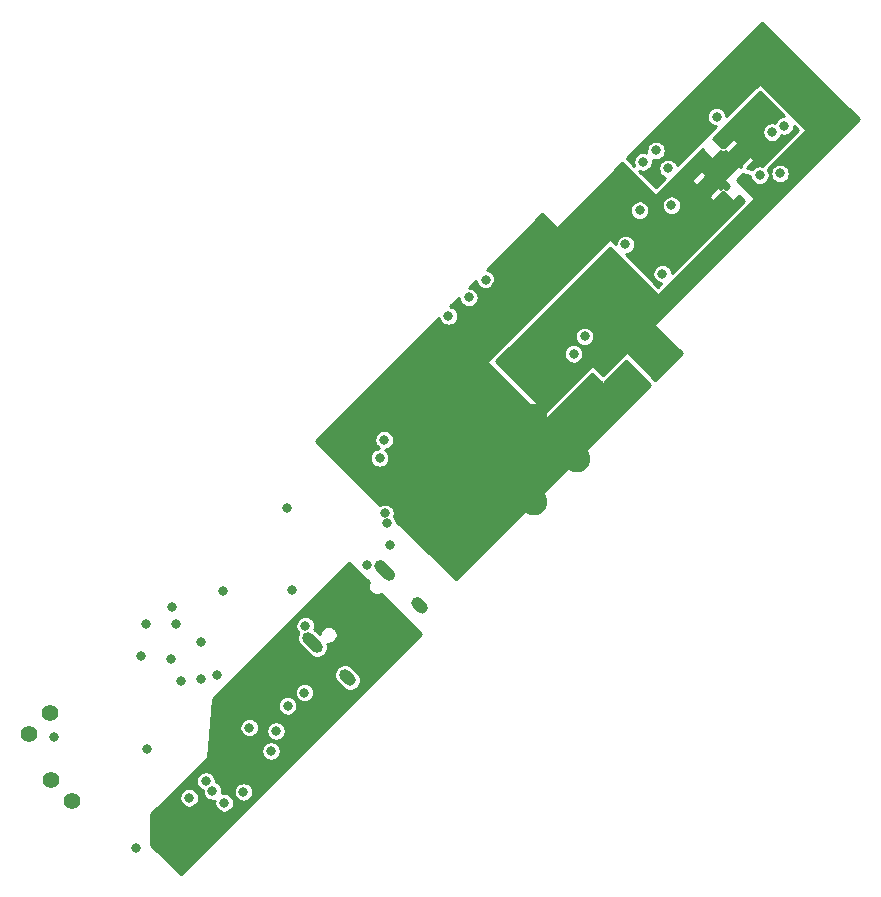
<source format=gbr>
%TF.GenerationSoftware,KiCad,Pcbnew,(5.1.9-16-g1737927814)-1*%
%TF.CreationDate,2021-07-23T22:07:44+02:00*%
%TF.ProjectId,Diffprobe,44696666-7072-46f6-9265-2e6b69636164,rev?*%
%TF.SameCoordinates,Original*%
%TF.FileFunction,Copper,L3,Inr*%
%TF.FilePolarity,Positive*%
%FSLAX46Y46*%
G04 Gerber Fmt 4.6, Leading zero omitted, Abs format (unit mm)*
G04 Created by KiCad (PCBNEW (5.1.9-16-g1737927814)-1) date 2021-07-23 22:07:44*
%MOMM*%
%LPD*%
G01*
G04 APERTURE LIST*
%TA.AperFunction,ComponentPad*%
%ADD10C,2.250000*%
%TD*%
%TA.AperFunction,ComponentPad*%
%ADD11C,1.400000*%
%TD*%
%TA.AperFunction,ViaPad*%
%ADD12C,0.800000*%
%TD*%
%TA.AperFunction,Conductor*%
%ADD13C,0.254000*%
%TD*%
%TA.AperFunction,Conductor*%
%ADD14C,0.100000*%
%TD*%
G04 APERTURE END LIST*
D10*
%TO.N,GND*%
%TO.C,J1*%
X153829983Y-67298307D03*
X150237881Y-70890409D03*
X146645779Y-67298307D03*
X150237881Y-63706205D03*
%TO.N,/OUTPUT*%
X150237881Y-67298307D03*
%TD*%
D11*
%TO.N,GND*%
%TO.C,BT1*%
X107464992Y-90555049D03*
%TO.N,Net-(BT1-Pad1)*%
X109261043Y-88758998D03*
%TD*%
%TO.N,GND*%
%TO.C,P1*%
%TA.AperFunction,ComponentPad*%
G36*
G01*
X140370206Y-80241896D02*
X139945942Y-79817632D01*
G75*
G02*
X139945942Y-79110526I353553J353553D01*
G01*
X139945942Y-79110526D01*
G75*
G02*
X140653048Y-79110526I353553J-353553D01*
G01*
X141077312Y-79534790D01*
G75*
G02*
X141077312Y-80241896I-353553J-353553D01*
G01*
X141077312Y-80241896D01*
G75*
G02*
X140370206Y-80241896I-353553J353553D01*
G01*
G37*
%TD.AperFunction*%
%TA.AperFunction,ComponentPad*%
G36*
G01*
X134260803Y-86351299D02*
X133836539Y-85927035D01*
G75*
G02*
X133836539Y-85219929I353553J353553D01*
G01*
X133836539Y-85219929D01*
G75*
G02*
X134543645Y-85219929I353553J-353553D01*
G01*
X134967909Y-85644193D01*
G75*
G02*
X134967909Y-86351299I-353553J-353553D01*
G01*
X134967909Y-86351299D01*
G75*
G02*
X134260803Y-86351299I-353553J353553D01*
G01*
G37*
%TD.AperFunction*%
%TA.AperFunction,ComponentPad*%
G36*
G01*
X137591277Y-77462967D02*
X136813459Y-76685149D01*
G75*
G02*
X136813459Y-75978043I353553J353553D01*
G01*
X136813459Y-75978043D01*
G75*
G02*
X137520565Y-75978043I353553J-353553D01*
G01*
X138298383Y-76755861D01*
G75*
G02*
X138298383Y-77462967I-353553J-353553D01*
G01*
X138298383Y-77462967D01*
G75*
G02*
X137591277Y-77462967I-353553J353553D01*
G01*
G37*
%TD.AperFunction*%
%TA.AperFunction,ComponentPad*%
G36*
G01*
X131481874Y-83572370D02*
X130704056Y-82794552D01*
G75*
G02*
X130704056Y-82087446I353553J353553D01*
G01*
X130704056Y-82087446D01*
G75*
G02*
X131411162Y-82087446I353553J-353553D01*
G01*
X132188980Y-82865264D01*
G75*
G02*
X132188980Y-83572370I-353553J-353553D01*
G01*
X132188980Y-83572370D01*
G75*
G02*
X131481874Y-83572370I-353553J353553D01*
G01*
G37*
%TD.AperFunction*%
%TD*%
%TO.N,GND*%
%TO.C,TH1*%
X109303470Y-94458279D03*
%TO.N,Net-(R28-Pad2)*%
X111099521Y-96254330D03*
%TD*%
D12*
%TO.N,GND*%
X128352926Y-90314633D03*
X129342876Y-88193313D03*
X130757089Y-87061942D03*
X116897796Y-83950672D03*
X119867645Y-81263666D03*
X119584802Y-79849453D03*
X119443381Y-84233515D03*
X122413229Y-94557274D03*
X120999016Y-95971487D03*
X123968864Y-96395752D03*
X122978915Y-95405802D03*
X116473532Y-100214128D03*
X109579241Y-90844963D03*
X126090185Y-90031791D03*
X121988965Y-82819301D03*
X117322061Y-81263666D03*
X120291909Y-86071993D03*
X123898154Y-78505950D03*
X136025035Y-76278564D03*
X130827800Y-81405088D03*
X129272165Y-71434882D03*
X129696429Y-78364529D03*
X138004934Y-74581507D03*
X161551590Y-42690992D03*
X161834432Y-45802261D03*
X170355069Y-39615077D03*
X171026821Y-43115256D03*
X171380374Y-39084747D03*
X160526285Y-41170712D03*
X157945345Y-49125663D03*
X154480522Y-56903838D03*
X153561283Y-58388762D03*
X159430269Y-42125306D03*
X137722091Y-72672319D03*
X137580670Y-71894502D03*
X137509959Y-65671962D03*
X137121050Y-67209919D03*
X146101307Y-52095512D03*
X144687093Y-53615791D03*
X142954681Y-55189104D03*
%TO.N,+5V*%
X157521081Y-60439372D03*
X162541539Y-44953733D03*
X168516591Y-39579722D03*
X146985190Y-52661197D03*
X141328336Y-69773181D03*
X156672553Y-44140560D03*
X146985190Y-53332949D03*
%TO.N,-5V*%
X163248646Y-40428250D03*
X170319714Y-44953733D03*
X152783466Y-57080615D03*
X159960599Y-57858432D03*
X148646891Y-58989803D03*
X149141866Y-59484778D03*
X149601485Y-59944397D03*
X150096460Y-60439372D03*
X161940498Y-40110052D03*
%TO.N,Net-(C11-Pad1)*%
X125383078Y-86071993D03*
X134787598Y-77091736D03*
X131534907Y-80273717D03*
X118674402Y-98729204D03*
%TO.N,/Battery management/BUS*%
X121988965Y-85930571D03*
X117392771Y-91834913D03*
X125595210Y-95476513D03*
%TO.N,VDC*%
X127928662Y-92011689D03*
X123332468Y-85577018D03*
%TO.N,Net-(C38-Pad2)*%
X169312087Y-43256677D03*
X161056612Y-51600534D03*
%TO.N,Net-(C38-Pad1)*%
X165652809Y-38306929D03*
X159147427Y-46226525D03*
%TD*%
D13*
%TO.N,Net-(C11-Pad1)*%
X136233230Y-77727024D02*
X136231898Y-77729016D01*
X136175210Y-77865871D01*
X136146311Y-78011156D01*
X136146311Y-78159287D01*
X136175210Y-78304572D01*
X136231898Y-78441427D01*
X136314195Y-78564593D01*
X136418940Y-78669338D01*
X136542106Y-78751635D01*
X136678962Y-78808323D01*
X136824246Y-78837222D01*
X136972378Y-78837222D01*
X137117662Y-78808323D01*
X137254517Y-78751635D01*
X137256509Y-78750303D01*
X140618401Y-82112195D01*
X120291909Y-102438686D01*
X118061375Y-100208152D01*
X122336542Y-95932984D01*
X122451733Y-96048175D01*
X122587184Y-96138679D01*
X122737688Y-96201020D01*
X122897462Y-96232801D01*
X123060367Y-96232801D01*
X123162101Y-96212565D01*
X123141865Y-96314299D01*
X123141865Y-96477204D01*
X123173646Y-96636978D01*
X123235987Y-96787482D01*
X123326492Y-96922934D01*
X123441682Y-97038124D01*
X123577133Y-97128629D01*
X123727638Y-97190969D01*
X123887412Y-97222750D01*
X124050317Y-97222750D01*
X124210091Y-97190969D01*
X124360595Y-97128629D01*
X124496046Y-97038124D01*
X124611237Y-96922934D01*
X124701742Y-96787482D01*
X124764082Y-96636978D01*
X124795863Y-96477204D01*
X124795863Y-96314299D01*
X124770374Y-96186158D01*
X124952837Y-96003695D01*
X125068028Y-96118885D01*
X125203479Y-96209390D01*
X125353983Y-96271731D01*
X125513758Y-96303512D01*
X125676662Y-96303512D01*
X125836436Y-96271731D01*
X125986941Y-96209390D01*
X126122392Y-96118885D01*
X126237582Y-96003695D01*
X126328087Y-95868244D01*
X126390428Y-95717739D01*
X126422209Y-95557965D01*
X126422209Y-95395060D01*
X126390428Y-95235286D01*
X126328087Y-95084782D01*
X126237582Y-94949331D01*
X126122392Y-94834140D01*
X125986941Y-94743635D01*
X125836436Y-94681295D01*
X125676662Y-94649514D01*
X125513758Y-94649514D01*
X125353983Y-94681295D01*
X125203479Y-94743635D01*
X125068028Y-94834140D01*
X124952837Y-94949331D01*
X124862333Y-95084782D01*
X124799992Y-95235286D01*
X124768211Y-95395060D01*
X124768211Y-95557965D01*
X124799992Y-95717739D01*
X124862333Y-95868244D01*
X124952837Y-96003695D01*
X124770374Y-96186158D01*
X124764082Y-96154525D01*
X124701742Y-96004021D01*
X124611237Y-95868569D01*
X124496046Y-95753379D01*
X124360595Y-95662874D01*
X124220370Y-95604791D01*
X127286290Y-92538872D01*
X127401480Y-92654062D01*
X127536931Y-92744567D01*
X127687436Y-92806907D01*
X127847210Y-92838688D01*
X128010115Y-92838688D01*
X128169889Y-92806907D01*
X128320393Y-92744567D01*
X128455844Y-92654062D01*
X128571035Y-92538872D01*
X128661540Y-92403420D01*
X128723880Y-92252916D01*
X128755661Y-92093142D01*
X128755661Y-91930237D01*
X128723880Y-91770463D01*
X128661540Y-91619959D01*
X128571035Y-91484507D01*
X128455844Y-91369317D01*
X128320393Y-91278812D01*
X128169889Y-91216472D01*
X128010115Y-91184691D01*
X127847210Y-91184691D01*
X127687436Y-91216472D01*
X127536931Y-91278812D01*
X127401480Y-91369317D01*
X127286290Y-91484507D01*
X127195785Y-91619959D01*
X127133444Y-91770463D01*
X127101663Y-91930237D01*
X127101663Y-92093142D01*
X127133444Y-92252916D01*
X127195785Y-92403420D01*
X127286290Y-92538872D01*
X124220370Y-95604791D01*
X124210091Y-95600534D01*
X124050317Y-95568753D01*
X123887412Y-95568753D01*
X123785678Y-95588989D01*
X123805914Y-95487254D01*
X123805914Y-95324350D01*
X123774133Y-95164575D01*
X123711792Y-95014071D01*
X123642300Y-94910069D01*
X127710554Y-90841815D01*
X127825744Y-90957006D01*
X127961196Y-91047511D01*
X128111700Y-91109851D01*
X128271474Y-91141632D01*
X128434379Y-91141632D01*
X128594153Y-91109851D01*
X128744657Y-91047511D01*
X128880108Y-90957006D01*
X128995299Y-90841815D01*
X129085804Y-90706364D01*
X129148144Y-90555860D01*
X129149343Y-90549833D01*
X133502405Y-86196771D01*
X133991069Y-86685435D01*
X134096852Y-86772248D01*
X134257894Y-86858326D01*
X134432634Y-86911332D01*
X134614358Y-86929230D01*
X134796081Y-86911332D01*
X134970821Y-86858326D01*
X135131863Y-86772247D01*
X135273016Y-86656406D01*
X135388859Y-86515252D01*
X135474937Y-86354210D01*
X135527943Y-86179470D01*
X135545841Y-85997746D01*
X135527943Y-85816023D01*
X135474937Y-85641282D01*
X135388859Y-85480241D01*
X135302045Y-85374459D01*
X134813381Y-84885794D01*
X134707598Y-84798980D01*
X134546557Y-84712902D01*
X134371816Y-84659896D01*
X134190093Y-84641998D01*
X134008368Y-84659897D01*
X133833628Y-84712903D01*
X133672587Y-84798981D01*
X133531433Y-84914823D01*
X133415591Y-85055977D01*
X133329513Y-85217018D01*
X133276507Y-85391759D01*
X133258608Y-85573482D01*
X133276507Y-85755207D01*
X133329513Y-85929947D01*
X133415592Y-86090988D01*
X133502405Y-86196771D01*
X129149343Y-90549833D01*
X129179925Y-90396086D01*
X129179925Y-90233181D01*
X129148144Y-90073407D01*
X129085804Y-89922902D01*
X128995299Y-89787451D01*
X128880108Y-89672261D01*
X128744657Y-89581756D01*
X128594153Y-89519415D01*
X128434379Y-89487634D01*
X128271474Y-89487634D01*
X128111700Y-89519415D01*
X127961196Y-89581756D01*
X127825744Y-89672261D01*
X127710554Y-89787451D01*
X127620049Y-89922902D01*
X127557708Y-90073407D01*
X127525927Y-90233181D01*
X127525927Y-90396086D01*
X127557708Y-90555860D01*
X127620049Y-90706364D01*
X127710554Y-90841815D01*
X123642300Y-94910069D01*
X123621287Y-94878620D01*
X123506097Y-94763429D01*
X123370646Y-94672925D01*
X123240228Y-94618905D01*
X123240228Y-94475822D01*
X123208447Y-94316047D01*
X123178134Y-94242865D01*
X128700503Y-88720495D01*
X128815694Y-88835685D01*
X128951145Y-88926190D01*
X129101649Y-88988531D01*
X129261423Y-89020312D01*
X129424328Y-89020312D01*
X129584102Y-88988531D01*
X129734607Y-88926190D01*
X129870058Y-88835685D01*
X129985248Y-88720495D01*
X130075753Y-88585044D01*
X130138094Y-88434540D01*
X130169875Y-88274765D01*
X130169875Y-88111861D01*
X130138094Y-87952086D01*
X130075753Y-87801582D01*
X130006261Y-87697580D01*
X130114717Y-87589124D01*
X130229907Y-87704315D01*
X130365359Y-87794819D01*
X130515863Y-87857160D01*
X130675637Y-87888941D01*
X130838542Y-87888941D01*
X130998316Y-87857160D01*
X131148820Y-87794819D01*
X131284271Y-87704315D01*
X131399462Y-87589124D01*
X131489967Y-87453673D01*
X131552307Y-87303169D01*
X131584088Y-87143394D01*
X131584088Y-86980490D01*
X131552307Y-86820715D01*
X131489967Y-86670211D01*
X131399462Y-86534760D01*
X131284271Y-86419569D01*
X131148820Y-86329065D01*
X130998316Y-86266724D01*
X130838542Y-86234943D01*
X130675637Y-86234943D01*
X130515863Y-86266724D01*
X130365359Y-86329065D01*
X130229907Y-86419569D01*
X130114717Y-86534760D01*
X130024212Y-86670211D01*
X129961871Y-86820715D01*
X129930090Y-86980490D01*
X129930090Y-87143394D01*
X129961871Y-87303169D01*
X130024212Y-87453673D01*
X130114717Y-87589124D01*
X130006261Y-87697580D01*
X129985248Y-87666131D01*
X129870058Y-87550940D01*
X129734607Y-87460436D01*
X129584102Y-87398095D01*
X129424328Y-87366314D01*
X129261423Y-87366314D01*
X129101649Y-87398095D01*
X128951145Y-87460436D01*
X128815694Y-87550940D01*
X128700503Y-87666131D01*
X128609999Y-87801582D01*
X128547658Y-87952086D01*
X128515877Y-88111861D01*
X128515877Y-88274765D01*
X128547658Y-88434540D01*
X128609999Y-88585044D01*
X128700503Y-88720495D01*
X123178134Y-94242865D01*
X123146107Y-94165543D01*
X123055602Y-94030092D01*
X122940411Y-93914901D01*
X122804960Y-93824397D01*
X122654456Y-93762056D01*
X122494682Y-93730275D01*
X122331777Y-93730275D01*
X122262787Y-93743998D01*
X125447812Y-90558973D01*
X125563003Y-90674163D01*
X125698454Y-90764668D01*
X125848958Y-90827008D01*
X126008732Y-90858789D01*
X126171637Y-90858789D01*
X126331411Y-90827008D01*
X126481915Y-90764668D01*
X126617367Y-90674163D01*
X126732557Y-90558973D01*
X126823062Y-90423521D01*
X126885403Y-90273017D01*
X126917183Y-90113243D01*
X126917183Y-89950338D01*
X126885403Y-89790564D01*
X126823062Y-89640060D01*
X126732557Y-89504608D01*
X126617367Y-89389418D01*
X126481915Y-89298913D01*
X126331411Y-89236573D01*
X126171637Y-89204792D01*
X126008732Y-89204792D01*
X125848958Y-89236573D01*
X125698454Y-89298913D01*
X125563003Y-89389418D01*
X125447812Y-89504608D01*
X125357307Y-89640060D01*
X125294967Y-89790564D01*
X125263186Y-89950338D01*
X125263186Y-90113243D01*
X125294967Y-90273017D01*
X125357307Y-90423521D01*
X125447812Y-90558973D01*
X122262787Y-93743998D01*
X122172003Y-93762056D01*
X122021499Y-93824397D01*
X121886047Y-93914901D01*
X121770857Y-94030092D01*
X121680352Y-94165543D01*
X121618011Y-94316047D01*
X121586230Y-94475822D01*
X121586230Y-94638726D01*
X121618011Y-94798501D01*
X121680352Y-94949005D01*
X121770857Y-95084456D01*
X121886047Y-95199646D01*
X122021499Y-95290151D01*
X122151916Y-95344171D01*
X122151916Y-95487254D01*
X122183697Y-95647029D01*
X122246037Y-95797533D01*
X122336542Y-95932984D01*
X118061375Y-100208152D01*
X117802615Y-99949392D01*
X117802615Y-99052698D01*
X120356643Y-96498670D01*
X120471834Y-96613860D01*
X120607285Y-96704365D01*
X120757789Y-96766705D01*
X120917563Y-96798486D01*
X121080468Y-96798486D01*
X121240242Y-96766705D01*
X121390747Y-96704365D01*
X121526198Y-96613860D01*
X121641388Y-96498670D01*
X121731893Y-96363218D01*
X121794234Y-96212714D01*
X121826015Y-96052940D01*
X121826015Y-95890035D01*
X121794234Y-95730261D01*
X121731893Y-95579757D01*
X121641388Y-95444305D01*
X121526198Y-95329115D01*
X121390747Y-95238610D01*
X121240242Y-95176270D01*
X121080468Y-95144489D01*
X120917563Y-95144489D01*
X120757789Y-95176270D01*
X120607285Y-95238610D01*
X120471834Y-95329115D01*
X120356643Y-95444305D01*
X120266138Y-95579757D01*
X120203798Y-95730261D01*
X120172017Y-95890035D01*
X120172017Y-96052940D01*
X120203798Y-96212714D01*
X120266138Y-96363218D01*
X120356643Y-96498670D01*
X117802615Y-99052698D01*
X117802615Y-97367595D01*
X122573743Y-92596467D01*
X122589537Y-92577222D01*
X122601273Y-92555265D01*
X122608500Y-92531441D01*
X122610476Y-92517511D01*
X122769267Y-90664942D01*
X130369922Y-83064288D01*
X131212140Y-83906504D01*
X131317923Y-83993318D01*
X131478964Y-84079396D01*
X131653704Y-84132402D01*
X131835428Y-84150300D01*
X132017152Y-84132402D01*
X132191892Y-84079396D01*
X132352933Y-83993318D01*
X132494087Y-83877476D01*
X132609929Y-83736322D01*
X132696007Y-83575281D01*
X132749013Y-83400540D01*
X132766912Y-83218817D01*
X132749013Y-83037093D01*
X132713361Y-82919563D01*
X132737169Y-82924299D01*
X132885300Y-82924299D01*
X133030585Y-82895400D01*
X133167440Y-82838712D01*
X133290606Y-82756416D01*
X133395351Y-82651670D01*
X133477648Y-82528504D01*
X133534336Y-82391649D01*
X133563235Y-82246365D01*
X133563235Y-82098233D01*
X133534336Y-81952948D01*
X133477648Y-81816093D01*
X133395351Y-81692927D01*
X133290606Y-81588182D01*
X133167440Y-81505885D01*
X133030585Y-81449197D01*
X132885300Y-81420298D01*
X132737169Y-81420298D01*
X132591884Y-81449197D01*
X132455029Y-81505885D01*
X132331863Y-81588182D01*
X132227118Y-81692927D01*
X132144821Y-81816093D01*
X132088133Y-81952948D01*
X132059234Y-82098233D01*
X132059234Y-82131648D01*
X131680897Y-81753311D01*
X131604626Y-81690716D01*
X131623018Y-81646314D01*
X131654799Y-81486540D01*
X131654799Y-81323635D01*
X131623018Y-81163861D01*
X131560677Y-81013357D01*
X131470173Y-80877906D01*
X131354982Y-80762715D01*
X131219531Y-80672210D01*
X131069027Y-80609870D01*
X130909252Y-80578089D01*
X130746348Y-80578089D01*
X130586573Y-80609870D01*
X130436069Y-80672210D01*
X130300618Y-80762715D01*
X130185427Y-80877906D01*
X130094923Y-81013357D01*
X130032582Y-81163861D01*
X130000801Y-81323635D01*
X130000801Y-81486540D01*
X130032582Y-81646314D01*
X130094923Y-81796819D01*
X130185427Y-81932270D01*
X130246027Y-81992869D01*
X130197030Y-82084535D01*
X130144024Y-82259276D01*
X130126125Y-82440999D01*
X130144024Y-82622724D01*
X130197030Y-82797464D01*
X130283109Y-82958505D01*
X130369922Y-83064288D01*
X122769267Y-90664942D01*
X123030782Y-87613944D01*
X134575466Y-76069260D01*
X136233230Y-77727024D01*
%TA.AperFunction,Conductor*%
D14*
G36*
X136233230Y-77727024D02*
G01*
X136231898Y-77729016D01*
X136175210Y-77865871D01*
X136146311Y-78011156D01*
X136146311Y-78159287D01*
X136175210Y-78304572D01*
X136231898Y-78441427D01*
X136314195Y-78564593D01*
X136418940Y-78669338D01*
X136542106Y-78751635D01*
X136678962Y-78808323D01*
X136824246Y-78837222D01*
X136972378Y-78837222D01*
X137117662Y-78808323D01*
X137254517Y-78751635D01*
X137256509Y-78750303D01*
X140618401Y-82112195D01*
X120291909Y-102438686D01*
X118061375Y-100208152D01*
X122336542Y-95932984D01*
X122451733Y-96048175D01*
X122587184Y-96138679D01*
X122737688Y-96201020D01*
X122897462Y-96232801D01*
X123060367Y-96232801D01*
X123162101Y-96212565D01*
X123141865Y-96314299D01*
X123141865Y-96477204D01*
X123173646Y-96636978D01*
X123235987Y-96787482D01*
X123326492Y-96922934D01*
X123441682Y-97038124D01*
X123577133Y-97128629D01*
X123727638Y-97190969D01*
X123887412Y-97222750D01*
X124050317Y-97222750D01*
X124210091Y-97190969D01*
X124360595Y-97128629D01*
X124496046Y-97038124D01*
X124611237Y-96922934D01*
X124701742Y-96787482D01*
X124764082Y-96636978D01*
X124795863Y-96477204D01*
X124795863Y-96314299D01*
X124770374Y-96186158D01*
X124952837Y-96003695D01*
X125068028Y-96118885D01*
X125203479Y-96209390D01*
X125353983Y-96271731D01*
X125513758Y-96303512D01*
X125676662Y-96303512D01*
X125836436Y-96271731D01*
X125986941Y-96209390D01*
X126122392Y-96118885D01*
X126237582Y-96003695D01*
X126328087Y-95868244D01*
X126390428Y-95717739D01*
X126422209Y-95557965D01*
X126422209Y-95395060D01*
X126390428Y-95235286D01*
X126328087Y-95084782D01*
X126237582Y-94949331D01*
X126122392Y-94834140D01*
X125986941Y-94743635D01*
X125836436Y-94681295D01*
X125676662Y-94649514D01*
X125513758Y-94649514D01*
X125353983Y-94681295D01*
X125203479Y-94743635D01*
X125068028Y-94834140D01*
X124952837Y-94949331D01*
X124862333Y-95084782D01*
X124799992Y-95235286D01*
X124768211Y-95395060D01*
X124768211Y-95557965D01*
X124799992Y-95717739D01*
X124862333Y-95868244D01*
X124952837Y-96003695D01*
X124770374Y-96186158D01*
X124764082Y-96154525D01*
X124701742Y-96004021D01*
X124611237Y-95868569D01*
X124496046Y-95753379D01*
X124360595Y-95662874D01*
X124220370Y-95604791D01*
X127286290Y-92538872D01*
X127401480Y-92654062D01*
X127536931Y-92744567D01*
X127687436Y-92806907D01*
X127847210Y-92838688D01*
X128010115Y-92838688D01*
X128169889Y-92806907D01*
X128320393Y-92744567D01*
X128455844Y-92654062D01*
X128571035Y-92538872D01*
X128661540Y-92403420D01*
X128723880Y-92252916D01*
X128755661Y-92093142D01*
X128755661Y-91930237D01*
X128723880Y-91770463D01*
X128661540Y-91619959D01*
X128571035Y-91484507D01*
X128455844Y-91369317D01*
X128320393Y-91278812D01*
X128169889Y-91216472D01*
X128010115Y-91184691D01*
X127847210Y-91184691D01*
X127687436Y-91216472D01*
X127536931Y-91278812D01*
X127401480Y-91369317D01*
X127286290Y-91484507D01*
X127195785Y-91619959D01*
X127133444Y-91770463D01*
X127101663Y-91930237D01*
X127101663Y-92093142D01*
X127133444Y-92252916D01*
X127195785Y-92403420D01*
X127286290Y-92538872D01*
X124220370Y-95604791D01*
X124210091Y-95600534D01*
X124050317Y-95568753D01*
X123887412Y-95568753D01*
X123785678Y-95588989D01*
X123805914Y-95487254D01*
X123805914Y-95324350D01*
X123774133Y-95164575D01*
X123711792Y-95014071D01*
X123642300Y-94910069D01*
X127710554Y-90841815D01*
X127825744Y-90957006D01*
X127961196Y-91047511D01*
X128111700Y-91109851D01*
X128271474Y-91141632D01*
X128434379Y-91141632D01*
X128594153Y-91109851D01*
X128744657Y-91047511D01*
X128880108Y-90957006D01*
X128995299Y-90841815D01*
X129085804Y-90706364D01*
X129148144Y-90555860D01*
X129149343Y-90549833D01*
X133502405Y-86196771D01*
X133991069Y-86685435D01*
X134096852Y-86772248D01*
X134257894Y-86858326D01*
X134432634Y-86911332D01*
X134614358Y-86929230D01*
X134796081Y-86911332D01*
X134970821Y-86858326D01*
X135131863Y-86772247D01*
X135273016Y-86656406D01*
X135388859Y-86515252D01*
X135474937Y-86354210D01*
X135527943Y-86179470D01*
X135545841Y-85997746D01*
X135527943Y-85816023D01*
X135474937Y-85641282D01*
X135388859Y-85480241D01*
X135302045Y-85374459D01*
X134813381Y-84885794D01*
X134707598Y-84798980D01*
X134546557Y-84712902D01*
X134371816Y-84659896D01*
X134190093Y-84641998D01*
X134008368Y-84659897D01*
X133833628Y-84712903D01*
X133672587Y-84798981D01*
X133531433Y-84914823D01*
X133415591Y-85055977D01*
X133329513Y-85217018D01*
X133276507Y-85391759D01*
X133258608Y-85573482D01*
X133276507Y-85755207D01*
X133329513Y-85929947D01*
X133415592Y-86090988D01*
X133502405Y-86196771D01*
X129149343Y-90549833D01*
X129179925Y-90396086D01*
X129179925Y-90233181D01*
X129148144Y-90073407D01*
X129085804Y-89922902D01*
X128995299Y-89787451D01*
X128880108Y-89672261D01*
X128744657Y-89581756D01*
X128594153Y-89519415D01*
X128434379Y-89487634D01*
X128271474Y-89487634D01*
X128111700Y-89519415D01*
X127961196Y-89581756D01*
X127825744Y-89672261D01*
X127710554Y-89787451D01*
X127620049Y-89922902D01*
X127557708Y-90073407D01*
X127525927Y-90233181D01*
X127525927Y-90396086D01*
X127557708Y-90555860D01*
X127620049Y-90706364D01*
X127710554Y-90841815D01*
X123642300Y-94910069D01*
X123621287Y-94878620D01*
X123506097Y-94763429D01*
X123370646Y-94672925D01*
X123240228Y-94618905D01*
X123240228Y-94475822D01*
X123208447Y-94316047D01*
X123178134Y-94242865D01*
X128700503Y-88720495D01*
X128815694Y-88835685D01*
X128951145Y-88926190D01*
X129101649Y-88988531D01*
X129261423Y-89020312D01*
X129424328Y-89020312D01*
X129584102Y-88988531D01*
X129734607Y-88926190D01*
X129870058Y-88835685D01*
X129985248Y-88720495D01*
X130075753Y-88585044D01*
X130138094Y-88434540D01*
X130169875Y-88274765D01*
X130169875Y-88111861D01*
X130138094Y-87952086D01*
X130075753Y-87801582D01*
X130006261Y-87697580D01*
X130114717Y-87589124D01*
X130229907Y-87704315D01*
X130365359Y-87794819D01*
X130515863Y-87857160D01*
X130675637Y-87888941D01*
X130838542Y-87888941D01*
X130998316Y-87857160D01*
X131148820Y-87794819D01*
X131284271Y-87704315D01*
X131399462Y-87589124D01*
X131489967Y-87453673D01*
X131552307Y-87303169D01*
X131584088Y-87143394D01*
X131584088Y-86980490D01*
X131552307Y-86820715D01*
X131489967Y-86670211D01*
X131399462Y-86534760D01*
X131284271Y-86419569D01*
X131148820Y-86329065D01*
X130998316Y-86266724D01*
X130838542Y-86234943D01*
X130675637Y-86234943D01*
X130515863Y-86266724D01*
X130365359Y-86329065D01*
X130229907Y-86419569D01*
X130114717Y-86534760D01*
X130024212Y-86670211D01*
X129961871Y-86820715D01*
X129930090Y-86980490D01*
X129930090Y-87143394D01*
X129961871Y-87303169D01*
X130024212Y-87453673D01*
X130114717Y-87589124D01*
X130006261Y-87697580D01*
X129985248Y-87666131D01*
X129870058Y-87550940D01*
X129734607Y-87460436D01*
X129584102Y-87398095D01*
X129424328Y-87366314D01*
X129261423Y-87366314D01*
X129101649Y-87398095D01*
X128951145Y-87460436D01*
X128815694Y-87550940D01*
X128700503Y-87666131D01*
X128609999Y-87801582D01*
X128547658Y-87952086D01*
X128515877Y-88111861D01*
X128515877Y-88274765D01*
X128547658Y-88434540D01*
X128609999Y-88585044D01*
X128700503Y-88720495D01*
X123178134Y-94242865D01*
X123146107Y-94165543D01*
X123055602Y-94030092D01*
X122940411Y-93914901D01*
X122804960Y-93824397D01*
X122654456Y-93762056D01*
X122494682Y-93730275D01*
X122331777Y-93730275D01*
X122262787Y-93743998D01*
X125447812Y-90558973D01*
X125563003Y-90674163D01*
X125698454Y-90764668D01*
X125848958Y-90827008D01*
X126008732Y-90858789D01*
X126171637Y-90858789D01*
X126331411Y-90827008D01*
X126481915Y-90764668D01*
X126617367Y-90674163D01*
X126732557Y-90558973D01*
X126823062Y-90423521D01*
X126885403Y-90273017D01*
X126917183Y-90113243D01*
X126917183Y-89950338D01*
X126885403Y-89790564D01*
X126823062Y-89640060D01*
X126732557Y-89504608D01*
X126617367Y-89389418D01*
X126481915Y-89298913D01*
X126331411Y-89236573D01*
X126171637Y-89204792D01*
X126008732Y-89204792D01*
X125848958Y-89236573D01*
X125698454Y-89298913D01*
X125563003Y-89389418D01*
X125447812Y-89504608D01*
X125357307Y-89640060D01*
X125294967Y-89790564D01*
X125263186Y-89950338D01*
X125263186Y-90113243D01*
X125294967Y-90273017D01*
X125357307Y-90423521D01*
X125447812Y-90558973D01*
X122262787Y-93743998D01*
X122172003Y-93762056D01*
X122021499Y-93824397D01*
X121886047Y-93914901D01*
X121770857Y-94030092D01*
X121680352Y-94165543D01*
X121618011Y-94316047D01*
X121586230Y-94475822D01*
X121586230Y-94638726D01*
X121618011Y-94798501D01*
X121680352Y-94949005D01*
X121770857Y-95084456D01*
X121886047Y-95199646D01*
X122021499Y-95290151D01*
X122151916Y-95344171D01*
X122151916Y-95487254D01*
X122183697Y-95647029D01*
X122246037Y-95797533D01*
X122336542Y-95932984D01*
X118061375Y-100208152D01*
X117802615Y-99949392D01*
X117802615Y-99052698D01*
X120356643Y-96498670D01*
X120471834Y-96613860D01*
X120607285Y-96704365D01*
X120757789Y-96766705D01*
X120917563Y-96798486D01*
X121080468Y-96798486D01*
X121240242Y-96766705D01*
X121390747Y-96704365D01*
X121526198Y-96613860D01*
X121641388Y-96498670D01*
X121731893Y-96363218D01*
X121794234Y-96212714D01*
X121826015Y-96052940D01*
X121826015Y-95890035D01*
X121794234Y-95730261D01*
X121731893Y-95579757D01*
X121641388Y-95444305D01*
X121526198Y-95329115D01*
X121390747Y-95238610D01*
X121240242Y-95176270D01*
X121080468Y-95144489D01*
X120917563Y-95144489D01*
X120757789Y-95176270D01*
X120607285Y-95238610D01*
X120471834Y-95329115D01*
X120356643Y-95444305D01*
X120266138Y-95579757D01*
X120203798Y-95730261D01*
X120172017Y-95890035D01*
X120172017Y-96052940D01*
X120203798Y-96212714D01*
X120266138Y-96363218D01*
X120356643Y-96498670D01*
X117802615Y-99052698D01*
X117802615Y-97367595D01*
X122573743Y-92596467D01*
X122589537Y-92577222D01*
X122601273Y-92555265D01*
X122608500Y-92531441D01*
X122610476Y-92517511D01*
X122769267Y-90664942D01*
X130369922Y-83064288D01*
X131212140Y-83906504D01*
X131317923Y-83993318D01*
X131478964Y-84079396D01*
X131653704Y-84132402D01*
X131835428Y-84150300D01*
X132017152Y-84132402D01*
X132191892Y-84079396D01*
X132352933Y-83993318D01*
X132494087Y-83877476D01*
X132609929Y-83736322D01*
X132696007Y-83575281D01*
X132749013Y-83400540D01*
X132766912Y-83218817D01*
X132749013Y-83037093D01*
X132713361Y-82919563D01*
X132737169Y-82924299D01*
X132885300Y-82924299D01*
X133030585Y-82895400D01*
X133167440Y-82838712D01*
X133290606Y-82756416D01*
X133395351Y-82651670D01*
X133477648Y-82528504D01*
X133534336Y-82391649D01*
X133563235Y-82246365D01*
X133563235Y-82098233D01*
X133534336Y-81952948D01*
X133477648Y-81816093D01*
X133395351Y-81692927D01*
X133290606Y-81588182D01*
X133167440Y-81505885D01*
X133030585Y-81449197D01*
X132885300Y-81420298D01*
X132737169Y-81420298D01*
X132591884Y-81449197D01*
X132455029Y-81505885D01*
X132331863Y-81588182D01*
X132227118Y-81692927D01*
X132144821Y-81816093D01*
X132088133Y-81952948D01*
X132059234Y-82098233D01*
X132059234Y-82131648D01*
X131680897Y-81753311D01*
X131604626Y-81690716D01*
X131623018Y-81646314D01*
X131654799Y-81486540D01*
X131654799Y-81323635D01*
X131623018Y-81163861D01*
X131560677Y-81013357D01*
X131470173Y-80877906D01*
X131354982Y-80762715D01*
X131219531Y-80672210D01*
X131069027Y-80609870D01*
X130909252Y-80578089D01*
X130746348Y-80578089D01*
X130586573Y-80609870D01*
X130436069Y-80672210D01*
X130300618Y-80762715D01*
X130185427Y-80877906D01*
X130094923Y-81013357D01*
X130032582Y-81163861D01*
X130000801Y-81323635D01*
X130000801Y-81486540D01*
X130032582Y-81646314D01*
X130094923Y-81796819D01*
X130185427Y-81932270D01*
X130246027Y-81992869D01*
X130197030Y-82084535D01*
X130144024Y-82259276D01*
X130126125Y-82440999D01*
X130144024Y-82622724D01*
X130197030Y-82797464D01*
X130283109Y-82958505D01*
X130369922Y-83064288D01*
X122769267Y-90664942D01*
X123030782Y-87613944D01*
X134575466Y-76069260D01*
X136233230Y-77727024D01*
G37*
%TD.AperFunction*%
%TD*%
D13*
%TO.N,-5V*%
X177706151Y-38519061D02*
X160401127Y-55824086D01*
X160385333Y-55843330D01*
X160373596Y-55865287D01*
X160366370Y-55889111D01*
X160363929Y-55913888D01*
X160366370Y-55938665D01*
X160373596Y-55962489D01*
X160385333Y-55984446D01*
X160401127Y-56003691D01*
X162715487Y-58318051D01*
X160455574Y-60577965D01*
X158141214Y-58263604D01*
X158121969Y-58247810D01*
X158100012Y-58236074D01*
X158076188Y-58228847D01*
X158051411Y-58226406D01*
X158026634Y-58228847D01*
X158002810Y-58236074D01*
X157980853Y-58247810D01*
X157961609Y-58263604D01*
X156036157Y-60189056D01*
X155242076Y-59394975D01*
X155222831Y-59379181D01*
X155200874Y-59367445D01*
X155177050Y-59360218D01*
X155152273Y-59357777D01*
X155127496Y-59360218D01*
X155103672Y-59367445D01*
X155081715Y-59379181D01*
X155062471Y-59394975D01*
X151227831Y-63229615D01*
X149916535Y-61918319D01*
X152918910Y-58915944D01*
X153034101Y-59031135D01*
X153169552Y-59121639D01*
X153320056Y-59183980D01*
X153479831Y-59215761D01*
X153642735Y-59215761D01*
X153802510Y-59183980D01*
X153953014Y-59121639D01*
X154088465Y-59031135D01*
X154203656Y-58915944D01*
X154294160Y-58780493D01*
X154356501Y-58629989D01*
X154388282Y-58470214D01*
X154388282Y-58307310D01*
X154356501Y-58147535D01*
X154294160Y-57997031D01*
X154203656Y-57861580D01*
X154088465Y-57746389D01*
X153953014Y-57655885D01*
X153802510Y-57593544D01*
X153696677Y-57572492D01*
X153838149Y-57431020D01*
X153953340Y-57546210D01*
X154088791Y-57636715D01*
X154239295Y-57699056D01*
X154399070Y-57730837D01*
X154561974Y-57730837D01*
X154721749Y-57699056D01*
X154872253Y-57636715D01*
X155007704Y-57546210D01*
X155122894Y-57431020D01*
X155213399Y-57295569D01*
X155275740Y-57145064D01*
X155307521Y-56985290D01*
X155307521Y-56822385D01*
X155275740Y-56662611D01*
X155213399Y-56512107D01*
X155122894Y-56376656D01*
X155007704Y-56261465D01*
X154872253Y-56170961D01*
X154721749Y-56108620D01*
X154561974Y-56076839D01*
X154399070Y-56076839D01*
X154239295Y-56108620D01*
X154088791Y-56170961D01*
X153953340Y-56261465D01*
X153838149Y-56376656D01*
X153747645Y-56512107D01*
X153685304Y-56662611D01*
X153653523Y-56822385D01*
X153653523Y-56985290D01*
X153685304Y-57145064D01*
X153747645Y-57295569D01*
X153838149Y-57431020D01*
X153696677Y-57572492D01*
X153642735Y-57561763D01*
X153479831Y-57561763D01*
X153320056Y-57593544D01*
X153169552Y-57655885D01*
X153034101Y-57746389D01*
X152918910Y-57861580D01*
X152828406Y-57997031D01*
X152766065Y-58147535D01*
X152734284Y-58307310D01*
X152734284Y-58470214D01*
X152766065Y-58629989D01*
X152828406Y-58780493D01*
X152918910Y-58915944D01*
X149916535Y-61918319D01*
X147023374Y-59025158D01*
X156637198Y-49411334D01*
X160613259Y-53387396D01*
X160632504Y-53403190D01*
X160654461Y-53414926D01*
X160678285Y-53422153D01*
X160703062Y-53424594D01*
X160727839Y-53422153D01*
X160751662Y-53414926D01*
X160773619Y-53403190D01*
X160792864Y-53387396D01*
X168853881Y-45326378D01*
X168869675Y-45307134D01*
X168881412Y-45285177D01*
X168888639Y-45261353D01*
X168891079Y-45236576D01*
X168888639Y-45211799D01*
X168881412Y-45187975D01*
X168869675Y-45166018D01*
X168865705Y-45161181D01*
X170384448Y-43642438D01*
X170499638Y-43757628D01*
X170635090Y-43848133D01*
X170785594Y-43910474D01*
X170945368Y-43942254D01*
X171108273Y-43942254D01*
X171268047Y-43910474D01*
X171418551Y-43848133D01*
X171554003Y-43757628D01*
X171669193Y-43642438D01*
X171759698Y-43506986D01*
X171822038Y-43356482D01*
X171853819Y-43196708D01*
X171853819Y-43033803D01*
X171822038Y-42874029D01*
X171759698Y-42723525D01*
X171669193Y-42588074D01*
X171554003Y-42472883D01*
X171418551Y-42382378D01*
X171268047Y-42320038D01*
X171108273Y-42288257D01*
X170945368Y-42288257D01*
X170785594Y-42320038D01*
X170635090Y-42382378D01*
X170499638Y-42472883D01*
X170384448Y-42588074D01*
X170293943Y-42723525D01*
X170231603Y-42874029D01*
X170199822Y-43033803D01*
X170199822Y-43196708D01*
X170231603Y-43356482D01*
X170293943Y-43506986D01*
X170384448Y-43642438D01*
X168865705Y-45161181D01*
X168853881Y-45146773D01*
X167388049Y-43680941D01*
X167884869Y-43184121D01*
X168485088Y-43322632D01*
X168485088Y-43338129D01*
X168516869Y-43497904D01*
X168579209Y-43648408D01*
X168669714Y-43783859D01*
X168784905Y-43899049D01*
X168920356Y-43989554D01*
X169070860Y-44051895D01*
X169230634Y-44083676D01*
X169393539Y-44083676D01*
X169553313Y-44051895D01*
X169703817Y-43989554D01*
X169839269Y-43899049D01*
X169954459Y-43783859D01*
X170044964Y-43648408D01*
X170107305Y-43497904D01*
X170139085Y-43338129D01*
X170139085Y-43175225D01*
X170107305Y-43015450D01*
X170044964Y-42864946D01*
X169987340Y-42778706D01*
X173237943Y-39528103D01*
X173253737Y-39508858D01*
X173265474Y-39486901D01*
X173272701Y-39463077D01*
X173275142Y-39438300D01*
X173272701Y-39413523D01*
X173265474Y-39389699D01*
X173253737Y-39367742D01*
X173237943Y-39348498D01*
X169419567Y-35530121D01*
X169400322Y-35514327D01*
X169378365Y-35502591D01*
X169354541Y-35495364D01*
X169329764Y-35492923D01*
X169304987Y-35495364D01*
X169281163Y-35502591D01*
X169259206Y-35514327D01*
X169239962Y-35530121D01*
X166479808Y-38290275D01*
X166479808Y-38225477D01*
X166448027Y-38065703D01*
X166385686Y-37915199D01*
X166295182Y-37779747D01*
X166179991Y-37664557D01*
X166044540Y-37574052D01*
X165894036Y-37511712D01*
X165734261Y-37479931D01*
X165571357Y-37479931D01*
X165411582Y-37511712D01*
X165261078Y-37574052D01*
X165125627Y-37664557D01*
X165010436Y-37779747D01*
X164919932Y-37915199D01*
X164857591Y-38065703D01*
X164825810Y-38225477D01*
X164825810Y-38388382D01*
X164857591Y-38548156D01*
X164919932Y-38698660D01*
X165010436Y-38834112D01*
X165125627Y-38949302D01*
X165261078Y-39039807D01*
X165411582Y-39102147D01*
X165571357Y-39133928D01*
X165636155Y-39133928D01*
X162339049Y-42431034D01*
X162284467Y-42299261D01*
X162193962Y-42163809D01*
X162078772Y-42048619D01*
X161943320Y-41958114D01*
X161792816Y-41895774D01*
X161633042Y-41863993D01*
X161470137Y-41863993D01*
X161310363Y-41895774D01*
X161159859Y-41958114D01*
X161024408Y-42048619D01*
X160909217Y-42163809D01*
X160818712Y-42299261D01*
X160756372Y-42449765D01*
X160724591Y-42609539D01*
X160724591Y-42772444D01*
X160756372Y-42932218D01*
X160818712Y-43082722D01*
X160909217Y-43218174D01*
X161024408Y-43333364D01*
X161159859Y-43423869D01*
X161291632Y-43478451D01*
X160490929Y-44279153D01*
X159092178Y-42880401D01*
X159189043Y-42920524D01*
X159348817Y-42952305D01*
X159511722Y-42952305D01*
X159671496Y-42920524D01*
X159822000Y-42858183D01*
X159957451Y-42767679D01*
X160072642Y-42652488D01*
X160163147Y-42517037D01*
X160225487Y-42366533D01*
X160257268Y-42206758D01*
X160257268Y-42043854D01*
X160237881Y-41946388D01*
X160285058Y-41965930D01*
X160444833Y-41997711D01*
X160607737Y-41997711D01*
X160767511Y-41965930D01*
X160918016Y-41903589D01*
X161053467Y-41813084D01*
X161168657Y-41697894D01*
X161259162Y-41562443D01*
X161321503Y-41411939D01*
X161353284Y-41252164D01*
X161353284Y-41089260D01*
X161321503Y-40929485D01*
X161259162Y-40778981D01*
X161168657Y-40643530D01*
X161053467Y-40528339D01*
X160918016Y-40437835D01*
X160767511Y-40375494D01*
X160607737Y-40343713D01*
X160444833Y-40343713D01*
X160285058Y-40375494D01*
X160134554Y-40437835D01*
X159999103Y-40528339D01*
X159883912Y-40643530D01*
X159793408Y-40778981D01*
X159731067Y-40929485D01*
X159699286Y-41089260D01*
X159699286Y-41252164D01*
X159718673Y-41349630D01*
X159671496Y-41330088D01*
X159511722Y-41298307D01*
X159348817Y-41298307D01*
X159189043Y-41330088D01*
X159038539Y-41392429D01*
X158903087Y-41482934D01*
X158787897Y-41598124D01*
X158697392Y-41733575D01*
X158635051Y-41884079D01*
X158603270Y-42043854D01*
X158603270Y-42206758D01*
X158635051Y-42366533D01*
X158675174Y-42463398D01*
X158054240Y-41842463D01*
X169541896Y-30354807D01*
X177706151Y-38519061D01*
%TA.AperFunction,Conductor*%
D14*
G36*
X177706151Y-38519061D02*
G01*
X160401127Y-55824086D01*
X160385333Y-55843330D01*
X160373596Y-55865287D01*
X160366370Y-55889111D01*
X160363929Y-55913888D01*
X160366370Y-55938665D01*
X160373596Y-55962489D01*
X160385333Y-55984446D01*
X160401127Y-56003691D01*
X162715487Y-58318051D01*
X160455574Y-60577965D01*
X158141214Y-58263604D01*
X158121969Y-58247810D01*
X158100012Y-58236074D01*
X158076188Y-58228847D01*
X158051411Y-58226406D01*
X158026634Y-58228847D01*
X158002810Y-58236074D01*
X157980853Y-58247810D01*
X157961609Y-58263604D01*
X156036157Y-60189056D01*
X155242076Y-59394975D01*
X155222831Y-59379181D01*
X155200874Y-59367445D01*
X155177050Y-59360218D01*
X155152273Y-59357777D01*
X155127496Y-59360218D01*
X155103672Y-59367445D01*
X155081715Y-59379181D01*
X155062471Y-59394975D01*
X151227831Y-63229615D01*
X149916535Y-61918319D01*
X152918910Y-58915944D01*
X153034101Y-59031135D01*
X153169552Y-59121639D01*
X153320056Y-59183980D01*
X153479831Y-59215761D01*
X153642735Y-59215761D01*
X153802510Y-59183980D01*
X153953014Y-59121639D01*
X154088465Y-59031135D01*
X154203656Y-58915944D01*
X154294160Y-58780493D01*
X154356501Y-58629989D01*
X154388282Y-58470214D01*
X154388282Y-58307310D01*
X154356501Y-58147535D01*
X154294160Y-57997031D01*
X154203656Y-57861580D01*
X154088465Y-57746389D01*
X153953014Y-57655885D01*
X153802510Y-57593544D01*
X153696677Y-57572492D01*
X153838149Y-57431020D01*
X153953340Y-57546210D01*
X154088791Y-57636715D01*
X154239295Y-57699056D01*
X154399070Y-57730837D01*
X154561974Y-57730837D01*
X154721749Y-57699056D01*
X154872253Y-57636715D01*
X155007704Y-57546210D01*
X155122894Y-57431020D01*
X155213399Y-57295569D01*
X155275740Y-57145064D01*
X155307521Y-56985290D01*
X155307521Y-56822385D01*
X155275740Y-56662611D01*
X155213399Y-56512107D01*
X155122894Y-56376656D01*
X155007704Y-56261465D01*
X154872253Y-56170961D01*
X154721749Y-56108620D01*
X154561974Y-56076839D01*
X154399070Y-56076839D01*
X154239295Y-56108620D01*
X154088791Y-56170961D01*
X153953340Y-56261465D01*
X153838149Y-56376656D01*
X153747645Y-56512107D01*
X153685304Y-56662611D01*
X153653523Y-56822385D01*
X153653523Y-56985290D01*
X153685304Y-57145064D01*
X153747645Y-57295569D01*
X153838149Y-57431020D01*
X153696677Y-57572492D01*
X153642735Y-57561763D01*
X153479831Y-57561763D01*
X153320056Y-57593544D01*
X153169552Y-57655885D01*
X153034101Y-57746389D01*
X152918910Y-57861580D01*
X152828406Y-57997031D01*
X152766065Y-58147535D01*
X152734284Y-58307310D01*
X152734284Y-58470214D01*
X152766065Y-58629989D01*
X152828406Y-58780493D01*
X152918910Y-58915944D01*
X149916535Y-61918319D01*
X147023374Y-59025158D01*
X156637198Y-49411334D01*
X160613259Y-53387396D01*
X160632504Y-53403190D01*
X160654461Y-53414926D01*
X160678285Y-53422153D01*
X160703062Y-53424594D01*
X160727839Y-53422153D01*
X160751662Y-53414926D01*
X160773619Y-53403190D01*
X160792864Y-53387396D01*
X168853881Y-45326378D01*
X168869675Y-45307134D01*
X168881412Y-45285177D01*
X168888639Y-45261353D01*
X168891079Y-45236576D01*
X168888639Y-45211799D01*
X168881412Y-45187975D01*
X168869675Y-45166018D01*
X168865705Y-45161181D01*
X170384448Y-43642438D01*
X170499638Y-43757628D01*
X170635090Y-43848133D01*
X170785594Y-43910474D01*
X170945368Y-43942254D01*
X171108273Y-43942254D01*
X171268047Y-43910474D01*
X171418551Y-43848133D01*
X171554003Y-43757628D01*
X171669193Y-43642438D01*
X171759698Y-43506986D01*
X171822038Y-43356482D01*
X171853819Y-43196708D01*
X171853819Y-43033803D01*
X171822038Y-42874029D01*
X171759698Y-42723525D01*
X171669193Y-42588074D01*
X171554003Y-42472883D01*
X171418551Y-42382378D01*
X171268047Y-42320038D01*
X171108273Y-42288257D01*
X170945368Y-42288257D01*
X170785594Y-42320038D01*
X170635090Y-42382378D01*
X170499638Y-42472883D01*
X170384448Y-42588074D01*
X170293943Y-42723525D01*
X170231603Y-42874029D01*
X170199822Y-43033803D01*
X170199822Y-43196708D01*
X170231603Y-43356482D01*
X170293943Y-43506986D01*
X170384448Y-43642438D01*
X168865705Y-45161181D01*
X168853881Y-45146773D01*
X167388049Y-43680941D01*
X167884869Y-43184121D01*
X168485088Y-43322632D01*
X168485088Y-43338129D01*
X168516869Y-43497904D01*
X168579209Y-43648408D01*
X168669714Y-43783859D01*
X168784905Y-43899049D01*
X168920356Y-43989554D01*
X169070860Y-44051895D01*
X169230634Y-44083676D01*
X169393539Y-44083676D01*
X169553313Y-44051895D01*
X169703817Y-43989554D01*
X169839269Y-43899049D01*
X169954459Y-43783859D01*
X170044964Y-43648408D01*
X170107305Y-43497904D01*
X170139085Y-43338129D01*
X170139085Y-43175225D01*
X170107305Y-43015450D01*
X170044964Y-42864946D01*
X169987340Y-42778706D01*
X173237943Y-39528103D01*
X173253737Y-39508858D01*
X173265474Y-39486901D01*
X173272701Y-39463077D01*
X173275142Y-39438300D01*
X173272701Y-39413523D01*
X173265474Y-39389699D01*
X173253737Y-39367742D01*
X173237943Y-39348498D01*
X169419567Y-35530121D01*
X169400322Y-35514327D01*
X169378365Y-35502591D01*
X169354541Y-35495364D01*
X169329764Y-35492923D01*
X169304987Y-35495364D01*
X169281163Y-35502591D01*
X169259206Y-35514327D01*
X169239962Y-35530121D01*
X166479808Y-38290275D01*
X166479808Y-38225477D01*
X166448027Y-38065703D01*
X166385686Y-37915199D01*
X166295182Y-37779747D01*
X166179991Y-37664557D01*
X166044540Y-37574052D01*
X165894036Y-37511712D01*
X165734261Y-37479931D01*
X165571357Y-37479931D01*
X165411582Y-37511712D01*
X165261078Y-37574052D01*
X165125627Y-37664557D01*
X165010436Y-37779747D01*
X164919932Y-37915199D01*
X164857591Y-38065703D01*
X164825810Y-38225477D01*
X164825810Y-38388382D01*
X164857591Y-38548156D01*
X164919932Y-38698660D01*
X165010436Y-38834112D01*
X165125627Y-38949302D01*
X165261078Y-39039807D01*
X165411582Y-39102147D01*
X165571357Y-39133928D01*
X165636155Y-39133928D01*
X162339049Y-42431034D01*
X162284467Y-42299261D01*
X162193962Y-42163809D01*
X162078772Y-42048619D01*
X161943320Y-41958114D01*
X161792816Y-41895774D01*
X161633042Y-41863993D01*
X161470137Y-41863993D01*
X161310363Y-41895774D01*
X161159859Y-41958114D01*
X161024408Y-42048619D01*
X160909217Y-42163809D01*
X160818712Y-42299261D01*
X160756372Y-42449765D01*
X160724591Y-42609539D01*
X160724591Y-42772444D01*
X160756372Y-42932218D01*
X160818712Y-43082722D01*
X160909217Y-43218174D01*
X161024408Y-43333364D01*
X161159859Y-43423869D01*
X161291632Y-43478451D01*
X160490929Y-44279153D01*
X159092178Y-42880401D01*
X159189043Y-42920524D01*
X159348817Y-42952305D01*
X159511722Y-42952305D01*
X159671496Y-42920524D01*
X159822000Y-42858183D01*
X159957451Y-42767679D01*
X160072642Y-42652488D01*
X160163147Y-42517037D01*
X160225487Y-42366533D01*
X160257268Y-42206758D01*
X160257268Y-42043854D01*
X160237881Y-41946388D01*
X160285058Y-41965930D01*
X160444833Y-41997711D01*
X160607737Y-41997711D01*
X160767511Y-41965930D01*
X160918016Y-41903589D01*
X161053467Y-41813084D01*
X161168657Y-41697894D01*
X161259162Y-41562443D01*
X161321503Y-41411939D01*
X161353284Y-41252164D01*
X161353284Y-41089260D01*
X161321503Y-40929485D01*
X161259162Y-40778981D01*
X161168657Y-40643530D01*
X161053467Y-40528339D01*
X160918016Y-40437835D01*
X160767511Y-40375494D01*
X160607737Y-40343713D01*
X160444833Y-40343713D01*
X160285058Y-40375494D01*
X160134554Y-40437835D01*
X159999103Y-40528339D01*
X159883912Y-40643530D01*
X159793408Y-40778981D01*
X159731067Y-40929485D01*
X159699286Y-41089260D01*
X159699286Y-41252164D01*
X159718673Y-41349630D01*
X159671496Y-41330088D01*
X159511722Y-41298307D01*
X159348817Y-41298307D01*
X159189043Y-41330088D01*
X159038539Y-41392429D01*
X158903087Y-41482934D01*
X158787897Y-41598124D01*
X158697392Y-41733575D01*
X158635051Y-41884079D01*
X158603270Y-42043854D01*
X158603270Y-42206758D01*
X158635051Y-42366533D01*
X158675174Y-42463398D01*
X158054240Y-41842463D01*
X169541896Y-30354807D01*
X177706151Y-38519061D01*
G37*
%TD.AperFunction*%
%TD*%
D13*
%TO.N,+5V*%
X142159463Y-55430331D02*
X142221804Y-55580835D01*
X142312309Y-55716286D01*
X142427499Y-55831476D01*
X142562951Y-55921981D01*
X142713455Y-55984322D01*
X142873229Y-56016103D01*
X143036134Y-56016103D01*
X143195908Y-55984322D01*
X143346412Y-55921981D01*
X143481863Y-55831476D01*
X143597054Y-55716286D01*
X143687559Y-55580835D01*
X143749899Y-55430331D01*
X143781680Y-55270556D01*
X143781680Y-55107652D01*
X143749899Y-54947877D01*
X143687559Y-54797373D01*
X143597054Y-54661922D01*
X143481863Y-54546731D01*
X143346412Y-54456227D01*
X143195908Y-54393886D01*
X143114789Y-54377750D01*
X143860094Y-53632446D01*
X143860094Y-53697244D01*
X143891875Y-53857018D01*
X143954216Y-54007522D01*
X144044720Y-54142973D01*
X144159911Y-54258164D01*
X144295362Y-54348669D01*
X144445866Y-54411009D01*
X144605641Y-54442790D01*
X144768545Y-54442790D01*
X144928320Y-54411009D01*
X145078824Y-54348669D01*
X145214275Y-54258164D01*
X145329466Y-54142973D01*
X145419970Y-54007522D01*
X145482311Y-53857018D01*
X145514092Y-53697244D01*
X145514092Y-53534339D01*
X145482311Y-53374565D01*
X145419970Y-53224060D01*
X145329466Y-53088609D01*
X145214275Y-52973419D01*
X145078824Y-52882914D01*
X144928320Y-52820573D01*
X144768545Y-52788792D01*
X144703747Y-52788792D01*
X145281155Y-52211385D01*
X145306089Y-52336738D01*
X145368429Y-52487242D01*
X145458934Y-52622694D01*
X145574124Y-52737884D01*
X145709576Y-52828389D01*
X145860080Y-52890730D01*
X146019854Y-52922511D01*
X146182759Y-52922511D01*
X146342533Y-52890730D01*
X146493037Y-52828389D01*
X146628489Y-52737884D01*
X146743679Y-52622694D01*
X146834184Y-52487242D01*
X146896524Y-52336738D01*
X146928305Y-52176964D01*
X146928305Y-52014059D01*
X146896524Y-51854285D01*
X146834184Y-51703781D01*
X146743679Y-51568330D01*
X146628489Y-51453139D01*
X146493037Y-51362634D01*
X146342533Y-51300294D01*
X146217180Y-51275360D01*
X150909633Y-46582907D01*
X152021912Y-47695186D01*
X152041156Y-47710980D01*
X152063113Y-47722717D01*
X152086937Y-47729943D01*
X152111714Y-47732384D01*
X152136491Y-47729943D01*
X152160315Y-47722717D01*
X152182272Y-47710980D01*
X152201517Y-47695186D01*
X157662502Y-42234201D01*
X160401127Y-44972825D01*
X160420372Y-44988619D01*
X160442329Y-45000356D01*
X160466152Y-45007582D01*
X160490929Y-45010023D01*
X160515707Y-45007582D01*
X160539530Y-45000356D01*
X160561487Y-44988619D01*
X160580732Y-44972825D01*
X164467279Y-41086278D01*
X164467589Y-41089423D01*
X164474816Y-41113247D01*
X164486552Y-41135204D01*
X164502346Y-41154448D01*
X165209453Y-41861555D01*
X165228698Y-41877349D01*
X165250655Y-41889086D01*
X165274479Y-41896312D01*
X165299256Y-41898753D01*
X165324033Y-41896312D01*
X165347856Y-41889086D01*
X165369814Y-41877349D01*
X165389058Y-41861555D01*
X166006362Y-41244251D01*
X166057981Y-41295870D01*
X166077226Y-41311664D01*
X166099183Y-41323400D01*
X166123007Y-41330627D01*
X166147784Y-41333068D01*
X166172561Y-41330627D01*
X166196385Y-41323400D01*
X166218342Y-41311664D01*
X166218494Y-41311538D01*
X166218647Y-41311664D01*
X166240604Y-41323400D01*
X166264428Y-41330627D01*
X166289205Y-41333068D01*
X166313982Y-41330627D01*
X166337806Y-41323400D01*
X166359763Y-41311664D01*
X166379008Y-41295870D01*
X166430626Y-41244251D01*
X166552956Y-41366581D01*
X166572201Y-41382374D01*
X166594158Y-41394111D01*
X166617981Y-41401338D01*
X166642758Y-41403779D01*
X166667536Y-41401338D01*
X166691359Y-41394111D01*
X166713316Y-41382374D01*
X166732561Y-41366581D01*
X167439668Y-40659474D01*
X167455462Y-40640229D01*
X167467198Y-40618272D01*
X167474425Y-40594448D01*
X167476866Y-40569671D01*
X167474425Y-40544894D01*
X167467198Y-40521070D01*
X167455462Y-40499113D01*
X167439668Y-40479869D01*
X167156825Y-40197026D01*
X167137581Y-40181232D01*
X167115623Y-40169495D01*
X167091800Y-40162269D01*
X167067023Y-40159828D01*
X167042246Y-40162269D01*
X167018422Y-40169495D01*
X166996465Y-40181232D01*
X166977220Y-40197026D01*
X166287002Y-40887243D01*
X166267095Y-40876602D01*
X166243271Y-40869376D01*
X166218494Y-40866935D01*
X166193717Y-40869376D01*
X166169894Y-40876602D01*
X166149986Y-40887243D01*
X165459769Y-40197026D01*
X165440524Y-40181232D01*
X165418567Y-40169495D01*
X165394743Y-40162269D01*
X165391598Y-40161959D01*
X169329764Y-36223793D01*
X171363719Y-38257748D01*
X171298922Y-38257748D01*
X171139147Y-38289529D01*
X170988643Y-38351870D01*
X170853192Y-38442374D01*
X170738001Y-38557565D01*
X170647497Y-38693016D01*
X170595058Y-38819613D01*
X170436521Y-38788078D01*
X170273617Y-38788078D01*
X170113842Y-38819859D01*
X169963338Y-38882200D01*
X169827887Y-38972704D01*
X169712697Y-39087895D01*
X169622192Y-39223346D01*
X169559851Y-39373850D01*
X169528070Y-39533625D01*
X169528070Y-39696529D01*
X169559851Y-39856304D01*
X169622192Y-40006808D01*
X169712697Y-40142259D01*
X169827887Y-40257450D01*
X169963338Y-40347954D01*
X170113842Y-40410295D01*
X170273617Y-40442076D01*
X170436521Y-40442076D01*
X170596296Y-40410295D01*
X170746800Y-40347954D01*
X170882251Y-40257450D01*
X170997442Y-40142259D01*
X171087946Y-40006808D01*
X171140385Y-39880211D01*
X171298922Y-39911746D01*
X171461826Y-39911746D01*
X171621601Y-39879965D01*
X171772105Y-39817624D01*
X171907556Y-39727119D01*
X172022746Y-39611929D01*
X172113251Y-39476478D01*
X172175592Y-39325974D01*
X172207373Y-39166199D01*
X172207373Y-39101401D01*
X172544272Y-39438300D01*
X169526455Y-42456117D01*
X169393539Y-42429678D01*
X169230634Y-42429678D01*
X169070860Y-42461459D01*
X168920356Y-42523800D01*
X168784905Y-42614304D01*
X168669714Y-42729495D01*
X168663172Y-42739285D01*
X168267432Y-42660137D01*
X168853881Y-42073687D01*
X168869675Y-42054443D01*
X168881412Y-42032486D01*
X168888639Y-42008662D01*
X168891079Y-41983885D01*
X168888639Y-41959108D01*
X168881412Y-41935284D01*
X168869675Y-41913327D01*
X168853881Y-41894082D01*
X168571039Y-41611239D01*
X168551794Y-41595446D01*
X168529837Y-41583709D01*
X168506013Y-41576482D01*
X168481236Y-41574041D01*
X168456459Y-41576482D01*
X168432635Y-41583709D01*
X168410678Y-41595446D01*
X168391434Y-41611239D01*
X167684327Y-42318346D01*
X167668533Y-42337591D01*
X167656796Y-42359548D01*
X167649570Y-42383372D01*
X167647129Y-42408149D01*
X167649570Y-42432926D01*
X167656796Y-42456750D01*
X167668533Y-42478707D01*
X167684327Y-42497951D01*
X167741283Y-42554907D01*
X167445482Y-42495747D01*
X167420708Y-42493281D01*
X167395930Y-42495695D01*
X167372098Y-42502897D01*
X167350129Y-42514610D01*
X167330773Y-42530478D01*
X166270113Y-43591138D01*
X166254319Y-43610383D01*
X166242583Y-43632340D01*
X166235356Y-43656164D01*
X166232915Y-43680941D01*
X166235356Y-43705718D01*
X166242583Y-43729542D01*
X166254319Y-43751499D01*
X166270113Y-43770744D01*
X166675285Y-44175916D01*
X166430626Y-44420575D01*
X166308297Y-44298245D01*
X166289052Y-44282451D01*
X166267095Y-44270715D01*
X166243271Y-44263488D01*
X166218494Y-44261047D01*
X166193717Y-44263488D01*
X166169894Y-44270715D01*
X166147936Y-44282451D01*
X166128692Y-44298245D01*
X166006362Y-44420575D01*
X165884033Y-44298245D01*
X165864788Y-44282451D01*
X165842831Y-44270715D01*
X165819007Y-44263488D01*
X165794230Y-44261047D01*
X165769453Y-44263488D01*
X165745629Y-44270715D01*
X165723672Y-44282451D01*
X165704428Y-44298245D01*
X164997321Y-45005352D01*
X164981527Y-45024597D01*
X164969791Y-45046554D01*
X164962564Y-45070378D01*
X164960123Y-45095155D01*
X164962564Y-45119932D01*
X164969791Y-45143755D01*
X164981527Y-45165713D01*
X164997321Y-45184957D01*
X165280164Y-45467800D01*
X165299408Y-45483594D01*
X165321365Y-45495330D01*
X165345189Y-45502557D01*
X165369966Y-45504998D01*
X165394743Y-45502557D01*
X165418567Y-45495330D01*
X165440524Y-45483594D01*
X165459769Y-45467800D01*
X166218494Y-44709074D01*
X166977220Y-45467800D01*
X166996465Y-45483594D01*
X167018422Y-45495330D01*
X167042246Y-45502557D01*
X167067023Y-45504998D01*
X167091800Y-45502557D01*
X167115623Y-45495330D01*
X167137581Y-45483594D01*
X167156825Y-45467800D01*
X167561997Y-45062628D01*
X167948078Y-45448708D01*
X161882631Y-51514155D01*
X161851830Y-51359307D01*
X161789489Y-51208803D01*
X161698985Y-51073352D01*
X161583794Y-50958162D01*
X161448343Y-50867657D01*
X161297839Y-50805316D01*
X161138064Y-50773535D01*
X160975160Y-50773535D01*
X160815385Y-50805316D01*
X160664881Y-50867657D01*
X160529430Y-50958162D01*
X160414240Y-51073352D01*
X160323735Y-51208803D01*
X160261394Y-51359307D01*
X160229613Y-51519082D01*
X160229613Y-51681986D01*
X160261394Y-51841761D01*
X160323735Y-51992265D01*
X160414240Y-52127716D01*
X160529430Y-52242907D01*
X160664881Y-52333411D01*
X160815385Y-52395752D01*
X160970233Y-52426553D01*
X160703062Y-52693724D01*
X157962000Y-49952662D01*
X158026797Y-49952662D01*
X158186572Y-49920881D01*
X158337076Y-49858541D01*
X158472527Y-49768036D01*
X158587718Y-49652845D01*
X158678222Y-49517394D01*
X158740563Y-49366890D01*
X158772344Y-49207116D01*
X158772344Y-49044211D01*
X158740563Y-48884437D01*
X158710249Y-48811254D01*
X161192060Y-46329443D01*
X161307250Y-46444634D01*
X161442702Y-46535139D01*
X161593206Y-46597479D01*
X161752980Y-46629260D01*
X161915885Y-46629260D01*
X162075659Y-46597479D01*
X162226163Y-46535139D01*
X162361614Y-46444634D01*
X162476805Y-46329443D01*
X162567310Y-46193992D01*
X162629650Y-46043488D01*
X162661431Y-45883714D01*
X162661431Y-45720809D01*
X162629650Y-45561035D01*
X162567310Y-45410531D01*
X162476805Y-45275079D01*
X162361614Y-45159889D01*
X162261114Y-45092737D01*
X163583107Y-43770744D01*
X163865950Y-44053586D01*
X163885195Y-44069380D01*
X163907152Y-44081117D01*
X163930976Y-44088343D01*
X163955753Y-44090784D01*
X163980530Y-44088343D01*
X164004354Y-44081117D01*
X164026311Y-44069380D01*
X164045555Y-44053586D01*
X164752662Y-43346479D01*
X164768456Y-43327235D01*
X164780193Y-43305278D01*
X164787419Y-43281454D01*
X164789860Y-43256677D01*
X164787419Y-43231900D01*
X164780193Y-43208076D01*
X164768456Y-43186119D01*
X164752662Y-43166874D01*
X164469819Y-42884032D01*
X164450575Y-42868238D01*
X164428618Y-42856501D01*
X164404794Y-42849275D01*
X164380017Y-42846834D01*
X164355240Y-42849275D01*
X164331416Y-42856501D01*
X164309459Y-42868238D01*
X164290214Y-42884032D01*
X163583107Y-43591138D01*
X163567314Y-43610383D01*
X163555577Y-43632340D01*
X163548350Y-43656164D01*
X163545909Y-43680941D01*
X163548350Y-43705718D01*
X163555577Y-43729542D01*
X163567314Y-43751499D01*
X163583107Y-43770744D01*
X162261114Y-45092737D01*
X162226163Y-45069384D01*
X162075659Y-45007043D01*
X161915885Y-44975262D01*
X161752980Y-44975262D01*
X161593206Y-45007043D01*
X161442702Y-45069384D01*
X161307250Y-45159889D01*
X161192060Y-45275079D01*
X161101555Y-45410531D01*
X161039214Y-45561035D01*
X161007434Y-45720809D01*
X161007434Y-45883714D01*
X161039214Y-46043488D01*
X161101555Y-46193992D01*
X161192060Y-46329443D01*
X158710249Y-48811254D01*
X158678222Y-48733932D01*
X158587718Y-48598481D01*
X158472527Y-48483291D01*
X158337076Y-48392786D01*
X158186572Y-48330445D01*
X158026797Y-48298664D01*
X157863893Y-48298664D01*
X157704118Y-48330445D01*
X157553614Y-48392786D01*
X157418163Y-48483291D01*
X157302973Y-48598481D01*
X157212468Y-48733932D01*
X157150127Y-48884437D01*
X157118346Y-49044211D01*
X157118346Y-49109009D01*
X156691645Y-48682307D01*
X156672400Y-48666513D01*
X156650443Y-48654777D01*
X156626619Y-48647550D01*
X156612594Y-48646168D01*
X158505054Y-46753707D01*
X158620245Y-46868898D01*
X158755696Y-46959403D01*
X158906200Y-47021743D01*
X159065974Y-47053524D01*
X159228879Y-47053524D01*
X159388653Y-47021743D01*
X159539157Y-46959403D01*
X159674609Y-46868898D01*
X159789799Y-46753707D01*
X159880304Y-46618256D01*
X159942645Y-46467752D01*
X159974425Y-46307978D01*
X159974425Y-46145073D01*
X159942645Y-45985299D01*
X159880304Y-45834795D01*
X159789799Y-45699343D01*
X159674609Y-45584153D01*
X159539157Y-45493648D01*
X159388653Y-45431307D01*
X159228879Y-45399527D01*
X159065974Y-45399527D01*
X158906200Y-45431307D01*
X158755696Y-45493648D01*
X158620245Y-45584153D01*
X158505054Y-45699343D01*
X158414549Y-45834795D01*
X158352209Y-45985299D01*
X158320428Y-46145073D01*
X158320428Y-46307978D01*
X158352209Y-46467752D01*
X158414549Y-46618256D01*
X158505054Y-46753707D01*
X156612594Y-48646168D01*
X156601842Y-48645109D01*
X156577065Y-48647550D01*
X156553241Y-48654777D01*
X156531284Y-48666513D01*
X156512040Y-48682307D01*
X146223636Y-58970711D01*
X146207842Y-58989956D01*
X146196105Y-59011913D01*
X146188879Y-59035736D01*
X146186438Y-59060513D01*
X146188879Y-59085291D01*
X146196105Y-59109114D01*
X146207842Y-59131071D01*
X146223636Y-59150316D01*
X151067317Y-63993998D01*
X151086562Y-64009791D01*
X151108519Y-64021528D01*
X151132343Y-64028755D01*
X151157120Y-64031196D01*
X151181897Y-64028755D01*
X151205721Y-64021528D01*
X151227678Y-64009791D01*
X151246923Y-63993998D01*
X155152273Y-60088647D01*
X155946354Y-60882728D01*
X155965599Y-60898522D01*
X155987556Y-60910258D01*
X156011380Y-60917485D01*
X156036157Y-60919926D01*
X156060934Y-60917485D01*
X156084758Y-60910258D01*
X156106715Y-60898522D01*
X156125959Y-60882728D01*
X158016056Y-58992631D01*
X160028482Y-61005057D01*
X143555192Y-77478346D01*
X138534303Y-72516526D01*
X138517309Y-72431092D01*
X138454968Y-72280588D01*
X138369110Y-72152091D01*
X138375888Y-72135728D01*
X138407669Y-71975954D01*
X138407669Y-71813049D01*
X138375888Y-71653275D01*
X138313547Y-71502771D01*
X138223042Y-71367320D01*
X138107852Y-71252129D01*
X137972401Y-71161624D01*
X137821896Y-71099284D01*
X137662122Y-71067503D01*
X137499217Y-71067503D01*
X137339443Y-71099284D01*
X137188939Y-71161624D01*
X137173625Y-71171857D01*
X135096556Y-69119223D01*
X136478678Y-67737101D01*
X136593868Y-67852292D01*
X136729320Y-67942796D01*
X136879824Y-68005137D01*
X137039598Y-68036918D01*
X137202503Y-68036918D01*
X137362277Y-68005137D01*
X137512781Y-67942796D01*
X137648232Y-67852292D01*
X137763423Y-67737101D01*
X137853928Y-67601650D01*
X137916268Y-67451146D01*
X137948049Y-67291371D01*
X137948049Y-67128467D01*
X137916268Y-66968692D01*
X137853928Y-66818188D01*
X137763423Y-66682737D01*
X137648232Y-66567547D01*
X137545585Y-66498961D01*
X137591411Y-66498961D01*
X137751186Y-66467180D01*
X137901690Y-66404839D01*
X138037141Y-66314334D01*
X138152332Y-66199144D01*
X138242836Y-66063693D01*
X138305177Y-65913189D01*
X138336958Y-65753414D01*
X138336958Y-65590510D01*
X138305177Y-65430735D01*
X138242836Y-65280231D01*
X138152332Y-65144780D01*
X138037141Y-65029589D01*
X137901690Y-64939085D01*
X137751186Y-64876744D01*
X137591411Y-64844963D01*
X137428507Y-64844963D01*
X137268732Y-64876744D01*
X137118228Y-64939085D01*
X136982777Y-65029589D01*
X136867587Y-65144780D01*
X136777082Y-65280231D01*
X136714741Y-65430735D01*
X136682960Y-65590510D01*
X136682960Y-65753414D01*
X136714741Y-65913189D01*
X136777082Y-66063693D01*
X136867587Y-66199144D01*
X136982777Y-66314334D01*
X137085424Y-66382920D01*
X137039598Y-66382920D01*
X136879824Y-66414701D01*
X136729320Y-66477042D01*
X136593868Y-66567547D01*
X136478678Y-66682737D01*
X136388173Y-66818188D01*
X136325832Y-66968692D01*
X136294052Y-67128467D01*
X136294052Y-67291371D01*
X136325832Y-67451146D01*
X136388173Y-67601650D01*
X136478678Y-67737101D01*
X135096556Y-69119223D01*
X131715045Y-65777495D01*
X142143328Y-55349212D01*
X142159463Y-55430331D01*
%TA.AperFunction,Conductor*%
D14*
G36*
X142159463Y-55430331D02*
G01*
X142221804Y-55580835D01*
X142312309Y-55716286D01*
X142427499Y-55831476D01*
X142562951Y-55921981D01*
X142713455Y-55984322D01*
X142873229Y-56016103D01*
X143036134Y-56016103D01*
X143195908Y-55984322D01*
X143346412Y-55921981D01*
X143481863Y-55831476D01*
X143597054Y-55716286D01*
X143687559Y-55580835D01*
X143749899Y-55430331D01*
X143781680Y-55270556D01*
X143781680Y-55107652D01*
X143749899Y-54947877D01*
X143687559Y-54797373D01*
X143597054Y-54661922D01*
X143481863Y-54546731D01*
X143346412Y-54456227D01*
X143195908Y-54393886D01*
X143114789Y-54377750D01*
X143860094Y-53632446D01*
X143860094Y-53697244D01*
X143891875Y-53857018D01*
X143954216Y-54007522D01*
X144044720Y-54142973D01*
X144159911Y-54258164D01*
X144295362Y-54348669D01*
X144445866Y-54411009D01*
X144605641Y-54442790D01*
X144768545Y-54442790D01*
X144928320Y-54411009D01*
X145078824Y-54348669D01*
X145214275Y-54258164D01*
X145329466Y-54142973D01*
X145419970Y-54007522D01*
X145482311Y-53857018D01*
X145514092Y-53697244D01*
X145514092Y-53534339D01*
X145482311Y-53374565D01*
X145419970Y-53224060D01*
X145329466Y-53088609D01*
X145214275Y-52973419D01*
X145078824Y-52882914D01*
X144928320Y-52820573D01*
X144768545Y-52788792D01*
X144703747Y-52788792D01*
X145281155Y-52211385D01*
X145306089Y-52336738D01*
X145368429Y-52487242D01*
X145458934Y-52622694D01*
X145574124Y-52737884D01*
X145709576Y-52828389D01*
X145860080Y-52890730D01*
X146019854Y-52922511D01*
X146182759Y-52922511D01*
X146342533Y-52890730D01*
X146493037Y-52828389D01*
X146628489Y-52737884D01*
X146743679Y-52622694D01*
X146834184Y-52487242D01*
X146896524Y-52336738D01*
X146928305Y-52176964D01*
X146928305Y-52014059D01*
X146896524Y-51854285D01*
X146834184Y-51703781D01*
X146743679Y-51568330D01*
X146628489Y-51453139D01*
X146493037Y-51362634D01*
X146342533Y-51300294D01*
X146217180Y-51275360D01*
X150909633Y-46582907D01*
X152021912Y-47695186D01*
X152041156Y-47710980D01*
X152063113Y-47722717D01*
X152086937Y-47729943D01*
X152111714Y-47732384D01*
X152136491Y-47729943D01*
X152160315Y-47722717D01*
X152182272Y-47710980D01*
X152201517Y-47695186D01*
X157662502Y-42234201D01*
X160401127Y-44972825D01*
X160420372Y-44988619D01*
X160442329Y-45000356D01*
X160466152Y-45007582D01*
X160490929Y-45010023D01*
X160515707Y-45007582D01*
X160539530Y-45000356D01*
X160561487Y-44988619D01*
X160580732Y-44972825D01*
X164467279Y-41086278D01*
X164467589Y-41089423D01*
X164474816Y-41113247D01*
X164486552Y-41135204D01*
X164502346Y-41154448D01*
X165209453Y-41861555D01*
X165228698Y-41877349D01*
X165250655Y-41889086D01*
X165274479Y-41896312D01*
X165299256Y-41898753D01*
X165324033Y-41896312D01*
X165347856Y-41889086D01*
X165369814Y-41877349D01*
X165389058Y-41861555D01*
X166006362Y-41244251D01*
X166057981Y-41295870D01*
X166077226Y-41311664D01*
X166099183Y-41323400D01*
X166123007Y-41330627D01*
X166147784Y-41333068D01*
X166172561Y-41330627D01*
X166196385Y-41323400D01*
X166218342Y-41311664D01*
X166218494Y-41311538D01*
X166218647Y-41311664D01*
X166240604Y-41323400D01*
X166264428Y-41330627D01*
X166289205Y-41333068D01*
X166313982Y-41330627D01*
X166337806Y-41323400D01*
X166359763Y-41311664D01*
X166379008Y-41295870D01*
X166430626Y-41244251D01*
X166552956Y-41366581D01*
X166572201Y-41382374D01*
X166594158Y-41394111D01*
X166617981Y-41401338D01*
X166642758Y-41403779D01*
X166667536Y-41401338D01*
X166691359Y-41394111D01*
X166713316Y-41382374D01*
X166732561Y-41366581D01*
X167439668Y-40659474D01*
X167455462Y-40640229D01*
X167467198Y-40618272D01*
X167474425Y-40594448D01*
X167476866Y-40569671D01*
X167474425Y-40544894D01*
X167467198Y-40521070D01*
X167455462Y-40499113D01*
X167439668Y-40479869D01*
X167156825Y-40197026D01*
X167137581Y-40181232D01*
X167115623Y-40169495D01*
X167091800Y-40162269D01*
X167067023Y-40159828D01*
X167042246Y-40162269D01*
X167018422Y-40169495D01*
X166996465Y-40181232D01*
X166977220Y-40197026D01*
X166287002Y-40887243D01*
X166267095Y-40876602D01*
X166243271Y-40869376D01*
X166218494Y-40866935D01*
X166193717Y-40869376D01*
X166169894Y-40876602D01*
X166149986Y-40887243D01*
X165459769Y-40197026D01*
X165440524Y-40181232D01*
X165418567Y-40169495D01*
X165394743Y-40162269D01*
X165391598Y-40161959D01*
X169329764Y-36223793D01*
X171363719Y-38257748D01*
X171298922Y-38257748D01*
X171139147Y-38289529D01*
X170988643Y-38351870D01*
X170853192Y-38442374D01*
X170738001Y-38557565D01*
X170647497Y-38693016D01*
X170595058Y-38819613D01*
X170436521Y-38788078D01*
X170273617Y-38788078D01*
X170113842Y-38819859D01*
X169963338Y-38882200D01*
X169827887Y-38972704D01*
X169712697Y-39087895D01*
X169622192Y-39223346D01*
X169559851Y-39373850D01*
X169528070Y-39533625D01*
X169528070Y-39696529D01*
X169559851Y-39856304D01*
X169622192Y-40006808D01*
X169712697Y-40142259D01*
X169827887Y-40257450D01*
X169963338Y-40347954D01*
X170113842Y-40410295D01*
X170273617Y-40442076D01*
X170436521Y-40442076D01*
X170596296Y-40410295D01*
X170746800Y-40347954D01*
X170882251Y-40257450D01*
X170997442Y-40142259D01*
X171087946Y-40006808D01*
X171140385Y-39880211D01*
X171298922Y-39911746D01*
X171461826Y-39911746D01*
X171621601Y-39879965D01*
X171772105Y-39817624D01*
X171907556Y-39727119D01*
X172022746Y-39611929D01*
X172113251Y-39476478D01*
X172175592Y-39325974D01*
X172207373Y-39166199D01*
X172207373Y-39101401D01*
X172544272Y-39438300D01*
X169526455Y-42456117D01*
X169393539Y-42429678D01*
X169230634Y-42429678D01*
X169070860Y-42461459D01*
X168920356Y-42523800D01*
X168784905Y-42614304D01*
X168669714Y-42729495D01*
X168663172Y-42739285D01*
X168267432Y-42660137D01*
X168853881Y-42073687D01*
X168869675Y-42054443D01*
X168881412Y-42032486D01*
X168888639Y-42008662D01*
X168891079Y-41983885D01*
X168888639Y-41959108D01*
X168881412Y-41935284D01*
X168869675Y-41913327D01*
X168853881Y-41894082D01*
X168571039Y-41611239D01*
X168551794Y-41595446D01*
X168529837Y-41583709D01*
X168506013Y-41576482D01*
X168481236Y-41574041D01*
X168456459Y-41576482D01*
X168432635Y-41583709D01*
X168410678Y-41595446D01*
X168391434Y-41611239D01*
X167684327Y-42318346D01*
X167668533Y-42337591D01*
X167656796Y-42359548D01*
X167649570Y-42383372D01*
X167647129Y-42408149D01*
X167649570Y-42432926D01*
X167656796Y-42456750D01*
X167668533Y-42478707D01*
X167684327Y-42497951D01*
X167741283Y-42554907D01*
X167445482Y-42495747D01*
X167420708Y-42493281D01*
X167395930Y-42495695D01*
X167372098Y-42502897D01*
X167350129Y-42514610D01*
X167330773Y-42530478D01*
X166270113Y-43591138D01*
X166254319Y-43610383D01*
X166242583Y-43632340D01*
X166235356Y-43656164D01*
X166232915Y-43680941D01*
X166235356Y-43705718D01*
X166242583Y-43729542D01*
X166254319Y-43751499D01*
X166270113Y-43770744D01*
X166675285Y-44175916D01*
X166430626Y-44420575D01*
X166308297Y-44298245D01*
X166289052Y-44282451D01*
X166267095Y-44270715D01*
X166243271Y-44263488D01*
X166218494Y-44261047D01*
X166193717Y-44263488D01*
X166169894Y-44270715D01*
X166147936Y-44282451D01*
X166128692Y-44298245D01*
X166006362Y-44420575D01*
X165884033Y-44298245D01*
X165864788Y-44282451D01*
X165842831Y-44270715D01*
X165819007Y-44263488D01*
X165794230Y-44261047D01*
X165769453Y-44263488D01*
X165745629Y-44270715D01*
X165723672Y-44282451D01*
X165704428Y-44298245D01*
X164997321Y-45005352D01*
X164981527Y-45024597D01*
X164969791Y-45046554D01*
X164962564Y-45070378D01*
X164960123Y-45095155D01*
X164962564Y-45119932D01*
X164969791Y-45143755D01*
X164981527Y-45165713D01*
X164997321Y-45184957D01*
X165280164Y-45467800D01*
X165299408Y-45483594D01*
X165321365Y-45495330D01*
X165345189Y-45502557D01*
X165369966Y-45504998D01*
X165394743Y-45502557D01*
X165418567Y-45495330D01*
X165440524Y-45483594D01*
X165459769Y-45467800D01*
X166218494Y-44709074D01*
X166977220Y-45467800D01*
X166996465Y-45483594D01*
X167018422Y-45495330D01*
X167042246Y-45502557D01*
X167067023Y-45504998D01*
X167091800Y-45502557D01*
X167115623Y-45495330D01*
X167137581Y-45483594D01*
X167156825Y-45467800D01*
X167561997Y-45062628D01*
X167948078Y-45448708D01*
X161882631Y-51514155D01*
X161851830Y-51359307D01*
X161789489Y-51208803D01*
X161698985Y-51073352D01*
X161583794Y-50958162D01*
X161448343Y-50867657D01*
X161297839Y-50805316D01*
X161138064Y-50773535D01*
X160975160Y-50773535D01*
X160815385Y-50805316D01*
X160664881Y-50867657D01*
X160529430Y-50958162D01*
X160414240Y-51073352D01*
X160323735Y-51208803D01*
X160261394Y-51359307D01*
X160229613Y-51519082D01*
X160229613Y-51681986D01*
X160261394Y-51841761D01*
X160323735Y-51992265D01*
X160414240Y-52127716D01*
X160529430Y-52242907D01*
X160664881Y-52333411D01*
X160815385Y-52395752D01*
X160970233Y-52426553D01*
X160703062Y-52693724D01*
X157962000Y-49952662D01*
X158026797Y-49952662D01*
X158186572Y-49920881D01*
X158337076Y-49858541D01*
X158472527Y-49768036D01*
X158587718Y-49652845D01*
X158678222Y-49517394D01*
X158740563Y-49366890D01*
X158772344Y-49207116D01*
X158772344Y-49044211D01*
X158740563Y-48884437D01*
X158710249Y-48811254D01*
X161192060Y-46329443D01*
X161307250Y-46444634D01*
X161442702Y-46535139D01*
X161593206Y-46597479D01*
X161752980Y-46629260D01*
X161915885Y-46629260D01*
X162075659Y-46597479D01*
X162226163Y-46535139D01*
X162361614Y-46444634D01*
X162476805Y-46329443D01*
X162567310Y-46193992D01*
X162629650Y-46043488D01*
X162661431Y-45883714D01*
X162661431Y-45720809D01*
X162629650Y-45561035D01*
X162567310Y-45410531D01*
X162476805Y-45275079D01*
X162361614Y-45159889D01*
X162261114Y-45092737D01*
X163583107Y-43770744D01*
X163865950Y-44053586D01*
X163885195Y-44069380D01*
X163907152Y-44081117D01*
X163930976Y-44088343D01*
X163955753Y-44090784D01*
X163980530Y-44088343D01*
X164004354Y-44081117D01*
X164026311Y-44069380D01*
X164045555Y-44053586D01*
X164752662Y-43346479D01*
X164768456Y-43327235D01*
X164780193Y-43305278D01*
X164787419Y-43281454D01*
X164789860Y-43256677D01*
X164787419Y-43231900D01*
X164780193Y-43208076D01*
X164768456Y-43186119D01*
X164752662Y-43166874D01*
X164469819Y-42884032D01*
X164450575Y-42868238D01*
X164428618Y-42856501D01*
X164404794Y-42849275D01*
X164380017Y-42846834D01*
X164355240Y-42849275D01*
X164331416Y-42856501D01*
X164309459Y-42868238D01*
X164290214Y-42884032D01*
X163583107Y-43591138D01*
X163567314Y-43610383D01*
X163555577Y-43632340D01*
X163548350Y-43656164D01*
X163545909Y-43680941D01*
X163548350Y-43705718D01*
X163555577Y-43729542D01*
X163567314Y-43751499D01*
X163583107Y-43770744D01*
X162261114Y-45092737D01*
X162226163Y-45069384D01*
X162075659Y-45007043D01*
X161915885Y-44975262D01*
X161752980Y-44975262D01*
X161593206Y-45007043D01*
X161442702Y-45069384D01*
X161307250Y-45159889D01*
X161192060Y-45275079D01*
X161101555Y-45410531D01*
X161039214Y-45561035D01*
X161007434Y-45720809D01*
X161007434Y-45883714D01*
X161039214Y-46043488D01*
X161101555Y-46193992D01*
X161192060Y-46329443D01*
X158710249Y-48811254D01*
X158678222Y-48733932D01*
X158587718Y-48598481D01*
X158472527Y-48483291D01*
X158337076Y-48392786D01*
X158186572Y-48330445D01*
X158026797Y-48298664D01*
X157863893Y-48298664D01*
X157704118Y-48330445D01*
X157553614Y-48392786D01*
X157418163Y-48483291D01*
X157302973Y-48598481D01*
X157212468Y-48733932D01*
X157150127Y-48884437D01*
X157118346Y-49044211D01*
X157118346Y-49109009D01*
X156691645Y-48682307D01*
X156672400Y-48666513D01*
X156650443Y-48654777D01*
X156626619Y-48647550D01*
X156612594Y-48646168D01*
X158505054Y-46753707D01*
X158620245Y-46868898D01*
X158755696Y-46959403D01*
X158906200Y-47021743D01*
X159065974Y-47053524D01*
X159228879Y-47053524D01*
X159388653Y-47021743D01*
X159539157Y-46959403D01*
X159674609Y-46868898D01*
X159789799Y-46753707D01*
X159880304Y-46618256D01*
X159942645Y-46467752D01*
X159974425Y-46307978D01*
X159974425Y-46145073D01*
X159942645Y-45985299D01*
X159880304Y-45834795D01*
X159789799Y-45699343D01*
X159674609Y-45584153D01*
X159539157Y-45493648D01*
X159388653Y-45431307D01*
X159228879Y-45399527D01*
X159065974Y-45399527D01*
X158906200Y-45431307D01*
X158755696Y-45493648D01*
X158620245Y-45584153D01*
X158505054Y-45699343D01*
X158414549Y-45834795D01*
X158352209Y-45985299D01*
X158320428Y-46145073D01*
X158320428Y-46307978D01*
X158352209Y-46467752D01*
X158414549Y-46618256D01*
X158505054Y-46753707D01*
X156612594Y-48646168D01*
X156601842Y-48645109D01*
X156577065Y-48647550D01*
X156553241Y-48654777D01*
X156531284Y-48666513D01*
X156512040Y-48682307D01*
X146223636Y-58970711D01*
X146207842Y-58989956D01*
X146196105Y-59011913D01*
X146188879Y-59035736D01*
X146186438Y-59060513D01*
X146188879Y-59085291D01*
X146196105Y-59109114D01*
X146207842Y-59131071D01*
X146223636Y-59150316D01*
X151067317Y-63993998D01*
X151086562Y-64009791D01*
X151108519Y-64021528D01*
X151132343Y-64028755D01*
X151157120Y-64031196D01*
X151181897Y-64028755D01*
X151205721Y-64021528D01*
X151227678Y-64009791D01*
X151246923Y-63993998D01*
X155152273Y-60088647D01*
X155946354Y-60882728D01*
X155965599Y-60898522D01*
X155987556Y-60910258D01*
X156011380Y-60917485D01*
X156036157Y-60919926D01*
X156060934Y-60917485D01*
X156084758Y-60910258D01*
X156106715Y-60898522D01*
X156125959Y-60882728D01*
X158016056Y-58992631D01*
X160028482Y-61005057D01*
X143555192Y-77478346D01*
X138534303Y-72516526D01*
X138517309Y-72431092D01*
X138454968Y-72280588D01*
X138369110Y-72152091D01*
X138375888Y-72135728D01*
X138407669Y-71975954D01*
X138407669Y-71813049D01*
X138375888Y-71653275D01*
X138313547Y-71502771D01*
X138223042Y-71367320D01*
X138107852Y-71252129D01*
X137972401Y-71161624D01*
X137821896Y-71099284D01*
X137662122Y-71067503D01*
X137499217Y-71067503D01*
X137339443Y-71099284D01*
X137188939Y-71161624D01*
X137173625Y-71171857D01*
X135096556Y-69119223D01*
X136478678Y-67737101D01*
X136593868Y-67852292D01*
X136729320Y-67942796D01*
X136879824Y-68005137D01*
X137039598Y-68036918D01*
X137202503Y-68036918D01*
X137362277Y-68005137D01*
X137512781Y-67942796D01*
X137648232Y-67852292D01*
X137763423Y-67737101D01*
X137853928Y-67601650D01*
X137916268Y-67451146D01*
X137948049Y-67291371D01*
X137948049Y-67128467D01*
X137916268Y-66968692D01*
X137853928Y-66818188D01*
X137763423Y-66682737D01*
X137648232Y-66567547D01*
X137545585Y-66498961D01*
X137591411Y-66498961D01*
X137751186Y-66467180D01*
X137901690Y-66404839D01*
X138037141Y-66314334D01*
X138152332Y-66199144D01*
X138242836Y-66063693D01*
X138305177Y-65913189D01*
X138336958Y-65753414D01*
X138336958Y-65590510D01*
X138305177Y-65430735D01*
X138242836Y-65280231D01*
X138152332Y-65144780D01*
X138037141Y-65029589D01*
X137901690Y-64939085D01*
X137751186Y-64876744D01*
X137591411Y-64844963D01*
X137428507Y-64844963D01*
X137268732Y-64876744D01*
X137118228Y-64939085D01*
X136982777Y-65029589D01*
X136867587Y-65144780D01*
X136777082Y-65280231D01*
X136714741Y-65430735D01*
X136682960Y-65590510D01*
X136682960Y-65753414D01*
X136714741Y-65913189D01*
X136777082Y-66063693D01*
X136867587Y-66199144D01*
X136982777Y-66314334D01*
X137085424Y-66382920D01*
X137039598Y-66382920D01*
X136879824Y-66414701D01*
X136729320Y-66477042D01*
X136593868Y-66567547D01*
X136478678Y-66682737D01*
X136388173Y-66818188D01*
X136325832Y-66968692D01*
X136294052Y-67128467D01*
X136294052Y-67291371D01*
X136325832Y-67451146D01*
X136388173Y-67601650D01*
X136478678Y-67737101D01*
X135096556Y-69119223D01*
X131715045Y-65777495D01*
X142143328Y-55349212D01*
X142159463Y-55430331D01*
G37*
%TD.AperFunction*%
%TD*%
M02*

</source>
